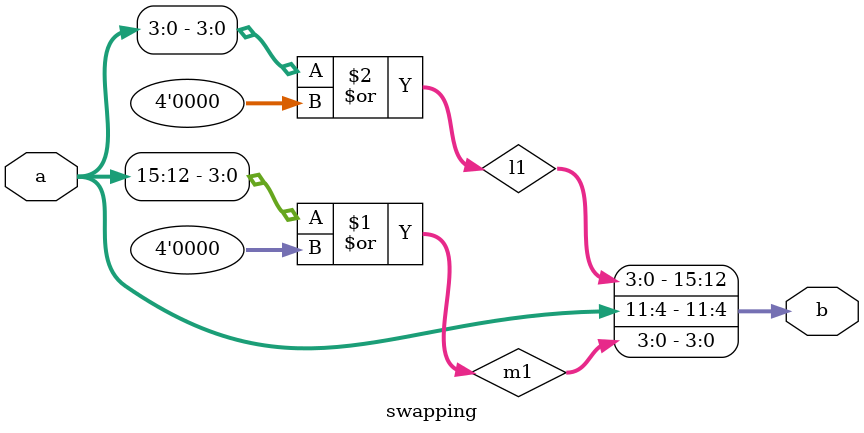
<source format=v>
module swapping(a,b);
  input [15:0]a;
  output [15:0]b;
  wire [15:0]b;
  wire[3:0]m1,l1;
  assign m1=(a[15:12] | 4'b0000);
  assign l1=(a[3:0] | 4'b0000);
  assign b[15:12]=l1;
  assign b[11:4]=a[11:4];
  assign b[3:0]=m1;
endmodule

</source>
